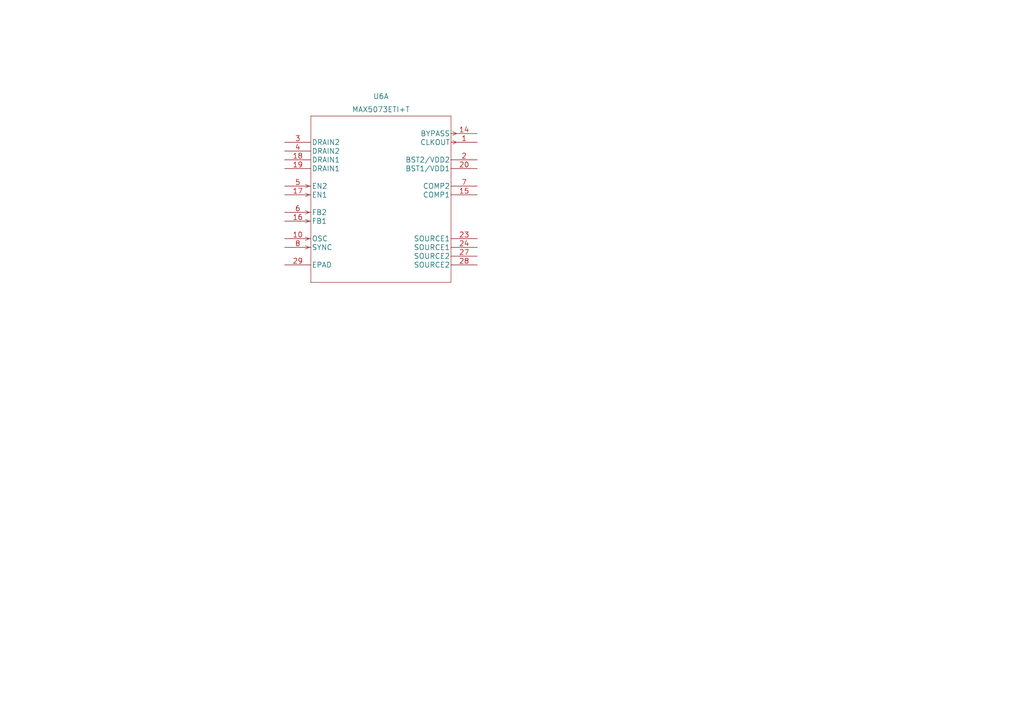
<source format=kicad_sch>
(kicad_sch (version 20211123) (generator eeschema)
  (paper "A4")
  (lib_symbols
    (symbol "MAX5073:MAX5073ETI+T" (pin_names (offset 0.254))
      (property "Reference" "U" (at 27.94 12.7 0))
      (property "Value" "MAX5073ETI+T" (at 27.94 10.16 0))
      (symbol "MAX5073ETI+T_1_1"
        (polyline (pts (xy 7.112 -30.48) (xy 6.0452 -30.988)) (stroke (width 0.127)))
        (polyline (pts (xy 7.112 -30.48) (xy 6.0452 -29.972)) (stroke (width 0.127)))
        (polyline (pts (xy 7.112 -27.94) (xy 6.0452 -28.448)) (stroke (width 0.127)))
        (polyline (pts (xy 7.112 -27.94) (xy 6.0452 -27.432)) (stroke (width 0.127)))
        (polyline (pts (xy 7.112 -22.86) (xy 6.0452 -23.368)) (stroke (width 0.127)))
        (polyline (pts (xy 7.112 -22.86) (xy 6.0452 -22.352)) (stroke (width 0.127)))
        (polyline (pts (xy 7.112 -20.32) (xy 6.0452 -20.828)) (stroke (width 0.127)))
        (polyline (pts (xy 7.112 -20.32) (xy 6.0452 -19.812)) (stroke (width 0.127)))
        (polyline (pts (xy 7.112 -15.24) (xy 6.0452 -15.748)) (stroke (width 0.127)))
        (polyline (pts (xy 7.112 -15.24) (xy 6.0452 -14.732)) (stroke (width 0.127)))
        (polyline (pts (xy 7.112 -12.7) (xy 6.0452 -13.208)) (stroke (width 0.127)))
        (polyline (pts (xy 7.112 -12.7) (xy 6.0452 -12.192)) (stroke (width 0.127)))
        (polyline (pts (xy 7.62 -40.64) (xy 48.26 -40.64)) (stroke (width 0.127)))
        (polyline (pts (xy 7.62 7.62) (xy 7.62 -40.64)) (stroke (width 0.127)))
        (polyline (pts (xy 48.26 -40.64) (xy 48.26 7.62)) (stroke (width 0.127)))
        (polyline (pts (xy 48.26 7.62) (xy 7.62 7.62)) (stroke (width 0.127)))
        (polyline (pts (xy 48.768 -0.508) (xy 49.8348 0)) (stroke (width 0.127)))
        (polyline (pts (xy 48.768 0.508) (xy 49.8348 0)) (stroke (width 0.127)))
        (polyline (pts (xy 48.768 2.032) (xy 49.8348 2.54)) (stroke (width 0.127)))
        (polyline (pts (xy 48.768 3.048) (xy 49.8348 2.54)) (stroke (width 0.127)))
        (pin output line (at 55.88 0 180) (length 7.62) (name "CLKOUT") (number "1"))
        (pin input line (at 0 -27.94 0) (length 7.62) (name "OSC") (number "10"))
        (pin output line (at 55.88 2.54 180) (length 7.62) (name "BYPASS") (number "14"))
        (pin unspecified line (at 55.88 -15.24 180) (length 7.62) (name "COMP1") (number "15"))
        (pin input line (at 0 -22.86 0) (length 7.62) (name "FB1") (number "16"))
        (pin input line (at 0 -15.24 0) (length 7.62) (name "EN1") (number "17"))
        (pin unspecified line (at 0 -5.08 0) (length 7.62) (name "DRAIN1") (number "18"))
        (pin unspecified line (at 0 -7.62 0) (length 7.62) (name "DRAIN1") (number "19"))
        (pin unspecified line (at 55.88 -5.08 180) (length 7.62) (name "BST2/VDD2") (number "2"))
        (pin unspecified line (at 55.88 -7.62 180) (length 7.62) (name "BST1/VDD1") (number "20"))
        (pin unspecified line (at 55.88 -27.94 180) (length 7.62) (name "SOURCE1") (number "23"))
        (pin unspecified line (at 55.88 -30.48 180) (length 7.62) (name "SOURCE1") (number "24"))
        (pin unspecified line (at 55.88 -33.02 180) (length 7.62) (name "SOURCE2") (number "27"))
        (pin unspecified line (at 55.88 -35.56 180) (length 7.62) (name "SOURCE2") (number "28"))
        (pin unspecified line (at 0 -35.56 0) (length 7.62) (name "EPAD") (number "29"))
        (pin unspecified line (at 0 0 0) (length 7.62) (name "DRAIN2") (number "3"))
        (pin unspecified line (at 0 -2.54 0) (length 7.62) (name "DRAIN2") (number "4"))
        (pin input line (at 0 -12.7 0) (length 7.62) (name "EN2") (number "5"))
        (pin input line (at 0 -20.32 0) (length 7.62) (name "FB2") (number "6"))
        (pin unspecified line (at 55.88 -12.7 180) (length 7.62) (name "COMP2") (number "7"))
        (pin input line (at 0 -30.48 0) (length 7.62) (name "SYNC") (number "8"))
      )
      (symbol "MAX5073ETI+T_2_1"
        (polyline (pts (xy 7.112 -5.588) (xy 6.0452 -5.08)) (stroke (width 0.127)))
        (polyline (pts (xy 7.112 -4.572) (xy 6.0452 -5.08)) (stroke (width 0.127)))
        (polyline (pts (xy 7.112 -3.048) (xy 6.0452 -2.54)) (stroke (width 0.127)))
        (polyline (pts (xy 7.112 -2.032) (xy 6.0452 -2.54)) (stroke (width 0.127)))
        (polyline (pts (xy 7.62 -27.94) (xy 33.02 -27.94)) (stroke (width 0.127)))
        (polyline (pts (xy 7.62 5.08) (xy 7.62 -27.94)) (stroke (width 0.127)))
        (polyline (pts (xy 33.02 -27.94) (xy 33.02 5.08)) (stroke (width 0.127)))
        (polyline (pts (xy 33.02 5.08) (xy 7.62 5.08)) (stroke (width 0.127)))
        (pin power_in line (at 0 -10.16 0) (length 7.62) (name "V+") (number "11"))
        (pin power_in line (at 0 -15.24 0) (length 7.62) (name "VL") (number "12"))
        (pin power_in line (at 0 -17.78 0) (length 7.62) (name "VL") (number "13"))
        (pin output line (at 0 -2.54 0) (length 7.62) (name "PGOOD1") (number "21"))
        (pin output line (at 0 -5.08 0) (length 7.62) (name "PGOOD2") (number "22"))
        (pin power_in line (at 0 -22.86 0) (length 7.62) (name "SGND") (number "25"))
        (pin power_in line (at 0 -20.32 0) (length 7.62) (name "PGND") (number "26"))
        (pin no_connect line (at 0 0 0) (length 7.62) (name "NC") (number "9"))
      )
    )
  )
  (symbol (lib_id "MAX5073:MAX5073ETI+T") (at 82.55 41.275 0) (unit 1)
    (property "Reference" "U6" (at 110.49 27.94 0) (effects (font (size 1.524 1.524))))
    (property "Value" "MAX5073ETI+T" (at 110.49 31.75 0) (effects (font (size 1.524 1.524))))
    (property "Footprint" "KiCAD Footprints:MAX5073ETI&plus_T" (effects hide))
  )
)
</source>
